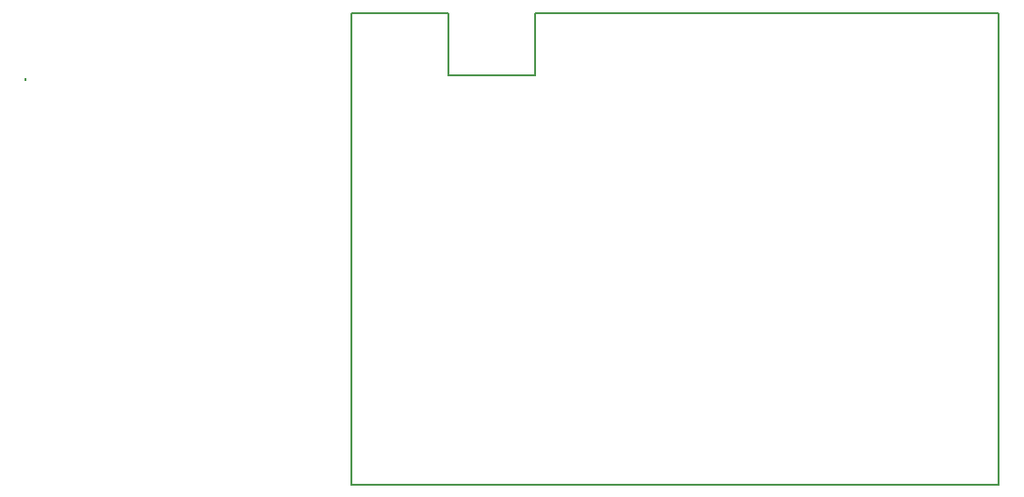
<source format=gbr>
G04 (created by PCBNEW (2013-07-07 BZR 4022)-stable) date 18/10/2014 20:02:36*
%MOIN*%
G04 Gerber Fmt 3.4, Leading zero omitted, Abs format*
%FSLAX34Y34*%
G01*
G70*
G90*
G04 APERTURE LIST*
%ADD10C,0.00590551*%
G04 APERTURE END LIST*
G54D10*
X72440Y-39763D02*
X75866Y-39763D01*
X72440Y-56456D02*
X72440Y-39763D01*
X95354Y-56456D02*
X72440Y-56456D01*
X95354Y-39763D02*
X95354Y-56456D01*
X78937Y-39763D02*
X95354Y-39763D01*
X78937Y-41968D02*
X78937Y-39763D01*
X75866Y-41968D02*
X78937Y-41968D01*
X75866Y-39763D02*
X75866Y-41968D01*
X60905Y-42125D02*
X60905Y-42086D01*
M02*

</source>
